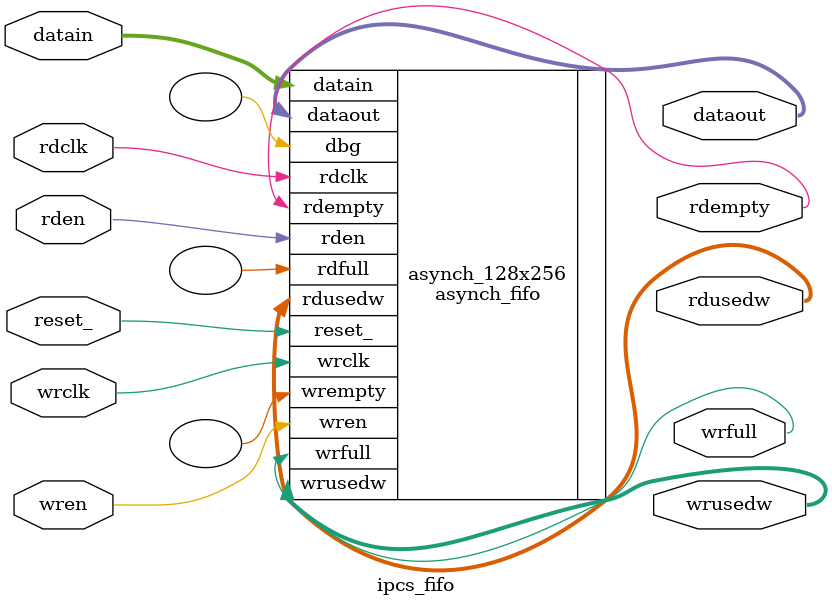
<source format=v>


`timescale 1ns / 1ns


module ipcs_fifo

(
			reset_,
		
			wrclk,	
			wren,	
			datain,	
			wrfull,	
			wrusedw,

			rdclk,	
			rden,	
			dataout,
			rdempty,
			rdusedw 
);


	parameter WIDTH = 64,
			  DEPTH = 128,
			  PTR	= 7;
			  
			  
			input 	wire 				reset_;

			input  	wire 				wrclk;          	// Clk for writing data                              
			input  	wire 				wren;          		// request to write                                  
			input  	wire [WIDTH-1 : 0]	datain;          	// Data coming in                                                   
			output 	wire				wrfull;           	// indicates fifo is full or not (To avoid overiding)
		    output	wire [PTR -1: 0]    wrusedw;            // number of slots currently in use for writing
		    
			input  	wire 				rdclk;           	// Clk for read data                                     
			input  	wire 				rden;            	// Request to read from FIFO                            
			output 	wire [WIDTH-1 : 0]	dataout; 	        // Data coming out                                      
			output 	wire 				rdempty;          	// indicates fifo is empty or not (to avoid underflow)  
			output 	wire [PTR  -1 : 0] 	rdusedw;          	// number of slots currently in use for reading         


asynch_fifo	#(.WIDTH (WIDTH),		  			
			  .DEPTH (DEPTH),
			  .PTR	 (PTR) )		 
		asynch_128x256		  (
		
			.reset_		(reset_),                                                                       
			                                           		                                                 
			.wrclk		(wrclk),		                   	// Clk to write data                                                   
			.wren		(wren),	   	                   		// write enable          
			.datain		(datain),			                // write data          
			.wrfull		(wrfull),			                // indicates fifo is full or not (To avoid overiding)                  
			.wrempty	(),				                    // indicates fifo is empty or not (to avoid underflow)                                                               
			.wrusedw	(wrusedw),				            // wrusedw -number of locations filled in fifo                                                                        
                                                       		                                        
			.rdclk		(rdclk),		                   	// i-1, Clk to read data                               
			.rden		(rden),		                   		// i-1, read enable of data FIFO                                          
			.dataout	(dataout),			                // Dataout of data FIFO
			.rdfull		(),				                   	// indicates fifo is full or not (To avoid overiding) (Not used)         
			.rdempty	(rdempty),		                   	// indicates fifo is empty or not (to avoid underflow)      
			.rdusedw	(rdusedw),		                    // rdusedw -number of locations filled in fifo (not used ) 

			.dbg()

		 );
endmodule

</source>
